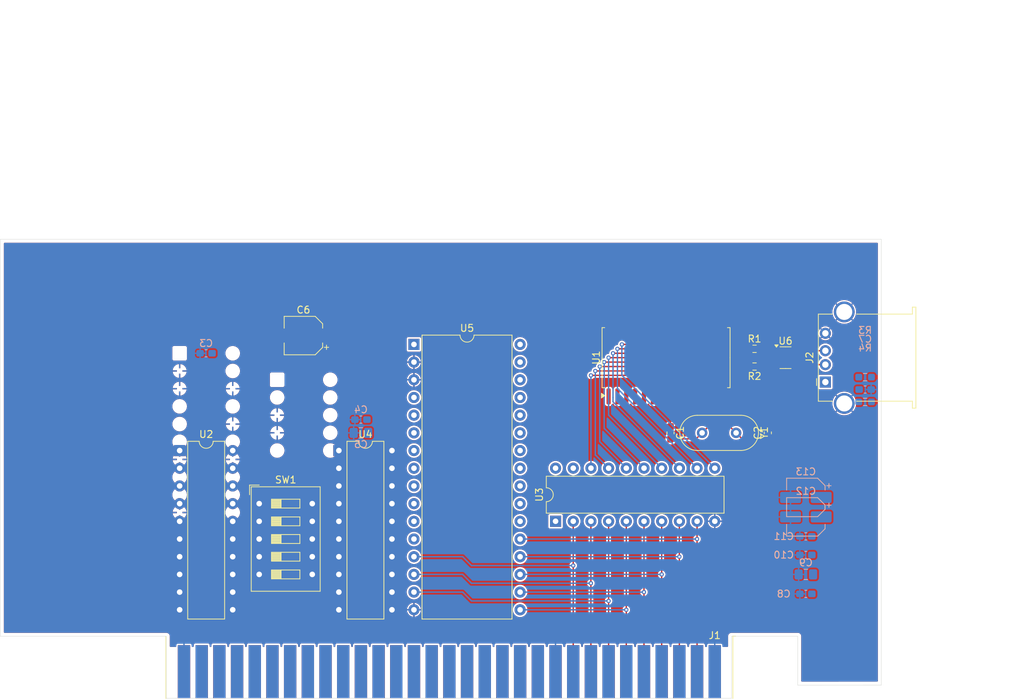
<source format=kicad_pcb>
(kicad_pcb (version 20240108) (generator "pcbnew") (generator_version "8.0")
  (layers (0 "F.Cu" signal) (31 "B.Cu" signal) (34 "B.Paste" user) (35 "F.Paste" user) (36 "B.SilkS" user "B.Silkscreen") (37 "F.SilkS" user "F.Silkscreen") (38 "B.Mask" user) (39 "F.Mask" user) (44 "Edge.Cuts" user))
  (net 0 "")
  (net 1 "/D7")
  (net 2 "Net-(U1-XI)")
  (net 4 "/A9")
  (net 5 "/~{DACK1}")
  (net 6 "/IOCHRDY")
  (net 7 "Net-(U1-XO)")
  (net 8 "/AEN")
  (net 9 "+5V")
  (net 10 "Net-(U1-V3)")
  (net 11 "/D2")
  (net 12 "/~{DACK3}")
  (net 13 "/~{IOW}")
  (net 15 "/IRQ7")
  (net 17 "/A3")
  (net 20 "GND")
  (net 22 "/TC")
  (net 24 "/RESET")
  (net 26 "Net-(J2-VBUS)")
  (net 27 "/A15")
  (net 28 "/A17")
  (net 29 "/A6")
  (net 30 "/A13")
  (net 31 "/A8")
  (net 32 "/A16")
  (net 33 "/A5")
  (net 34 "/D3")
  (net 35 "/A2")
  (net 39 "/D5")
  (net 40 "/A14")
  (net 41 "/D1")
  (net 42 "/A1")
  (net 43 "/~{IOR}")
  (net 44 "/D6")
  (net 48 "/A7")
  (net 50 "/D0")
  (net 52 "/A10")
  (net 53 "/IRQ5")
  (net 54 "/DRQ3")
  (net 55 "/A4")
  (net 56 "/A0")
  (net 57 "/D4")
  (net 58 "/DRQ1")
  (net 60 "/A11")
  (net 61 "/A12")
  (net 62 "/A18")
  (net 63 "/A19")
  (net 64 "Net-(J2-D+)")
  (net 65 "Net-(J2-D-)")
  (net 66 "Net-(R1-Pad2)")
  (net 67 "Net-(U1-UD+)")
  (net 68 "Net-(U1-UD-)")
  (net 69 "Net-(U4-R4)")
  (net 70 "/A0_CFG")
  (net 71 "/SW_ROM_EN")
  (net 72 "/~{ROMWE}")
  (net 73 "/~{MEMWR}")
  (net 74 "Net-(U1-D5)")
  (net 75 "Net-(U1-D1)")
  (net 78 "Net-(U1-D0)")
  (net 79 "/~{ACT}")
  (net 80 "Net-(U1-D2)")
  (net 82 "/~{USB_CS}")
  (net 83 "Net-(U1-D7)")
  (net 84 "Net-(U1-D6)")
  (net 86 "Net-(U1-D3)")
  (net 87 "Net-(U1-D4)")
  (net 90 "Net-(U4-P=R)")
  (net 91 "/~{MEMRD}")
  (net 94 "Net-(R2-Pad2)")
  (footprint "Button_Switch_THT:SW_DIP_SPSTx05_Slide_9.78x14.88mm_W7.62mm_P2.54mm" (layer "F.Cu") (at 97.155 107.95)
    (property "Reference" "SW1" (at 3.81 -3.42 0) (layer "F.SilkS"))
    (property "Value" "SW_DIP_x05")
    (pad "1" thru_hole rect (at 0 0) (size 1.6 1.6) (drill 0.8) (layers "*.Cu" "*.Mask") (net 56 "/A0"))
    (pad "2" thru_hole oval (at 0 2.54) (size 1.6 1.6) (drill 0.8) (layers "*.Cu" "*.Mask") (net 42 "/A1"))
    (pad "3" thru_hole oval (at 0 5.08) (size 1.6 1.6) (drill 0.8) (layers "*.Cu" "*.Mask") (net 20 "GND"))
    (pad "4" thru_hole oval (at 0 7.62) (size 1.6 1.6) (drill 0.8) (layers "*.Cu" "*.Mask") (net 20 "GND"))
    (pad "5" thru_hole oval (at 0 10.16) (size 1.6 1.6) (drill 0.8) (layers "*.Cu" "*.Mask") (net 73 "/~{MEMWR}"))
    (pad "6" thru_hole oval (at 7.62 10.16) (size 1.6 1.6) (drill 0.8) (layers "*.Cu" "*.Mask") (net 72 "/~{ROMWE}"))
    (pad "7" thru_hole oval (at 7.62 7.62) (size 1.6 1.6) (drill 0.8) (layers "*.Cu" "*.Mask") (net 71 "/SW_ROM_EN"))
    (pad "8" thru_hole oval (at 7.62 5.08) (size 1.6 1.6) (drill 0.8) (layers "*.Cu" "*.Mask") (net 69 "Net-(U4-R4)"))
    (pad "9" thru_hole oval (at 7.62 2.54) (size 1.6 1.6) (drill 0.8) (layers "*.Cu" "*.Mask") (net 70 "/A0_CFG"))
    (pad "10" thru_hole oval (at 7.62 0) (size 1.6 1.6) (drill 0.8) (layers "*.Cu" "*.Mask") (net 70 "/A0_CFG"))
  )
  (footprint "Package_TO_SOT_SMD:SOT-23-6" (layer "F.Cu") (at 172.72 86.995)
    (property "Reference" "U6" (at 0 -2.4 0) (layer "F.SilkS"))
    (property "Value" "USBLC6-2SC6")
    (pad "1" smd roundrect (at -1.1375 -0.95) (size 1.325 0.6) (layers "F.Cu" "F.Paste" "F.Mask") (net 66 "Net-(R1-Pad2)"))
    (pad "2" smd roundrect (at -1.1375 0) (size 1.325 0.6) (layers "F.Cu" "F.Paste" "F.Mask") (net 20 "GND"))
    (pad "3" smd roundrect (at -1.1375 0.95) (size 1.325 0.6) (layers "F.Cu" "F.Paste" "F.Mask") (net 94 "Net-(R2-Pad2)"))
    (pad "4" smd roundrect (at 1.1375 0.95) (size 1.325 0.6) (layers "F.Cu" "F.Paste" "F.Mask") (net 65 "Net-(J2-D-)"))
    (pad "5" smd roundrect (at 1.1375 0) (size 1.325 0.6) (layers "F.Cu" "F.Paste" "F.Mask") (net 26 "Net-(J2-VBUS)"))
    (pad "6" smd roundrect (at 1.1375 -0.95) (size 1.325 0.6) (layers "F.Cu" "F.Paste" "F.Mask") (net 64 "Net-(J2-D+)"))
  )
  (footprint "Package_DIP:DIP-32_W15.24mm" (layer "F.Cu") (at 119.375 85.09)
    (property "Reference" "U5" (at 7.62 -2.33 360) (layer "F.SilkS"))
    (property "Value" "SST39SF010")
    (pad "1" thru_hole rect (at 0 0) (size 1.6 1.6) (drill 0.8) (layers "*.Cu" "*.Mask"))
    (pad "2" thru_hole oval (at 0 2.54) (size 1.6 1.6) (drill 0.8) (layers "*.Cu" "*.Mask") (net 20 "GND"))
    (pad "3" thru_hole oval (at 0 5.08) (size 1.6 1.6) (drill 0.8) (layers "*.Cu" "*.Mask") (net 20 "GND"))
    (pad "4" thru_hole oval (at 0 7.62) (size 1.6 1.6) (drill 0.8) (layers "*.Cu" "*.Mask") (net 61 "/A12"))
    (pad "5" thru_hole oval (at 0 10.16) (size 1.6 1.6) (drill 0.8) (layers "*.Cu" "*.Mask") (net 48 "/A7"))
    (pad "6" thru_hole oval (at 0 12.7) (size 1.6 1.6) (drill 0.8) (layers "*.Cu" "*.Mask") (net 29 "/A6"))
    (pad "7" thru_hole oval (at 0 15.24) (size 1.6 1.6) (drill 0.8) (layers "*.Cu" "*.Mask") (net 33 "/A5"))
    (pad "8" thru_hole oval (at 0 17.78) (size 1.6 1.6) (drill 0.8) (layers "*.Cu" "*.Mask") (net 55 "/A4"))
    (pad "9" thru_hole oval (at 0 20.32) (size 1.6 1.6) (drill 0.8) (layers "*.Cu" "*.Mask") (net 17 "/A3"))
    (pad "10" thru_hole oval (at 0 22.86) (size 1.6 1.6) (drill 0.8) (layers "*.Cu" "*.Mask") (net 35 "/A2"))
    (pad "11" thru_hole oval (at 0 25.4) (size 1.6 1.6) (drill 0.8) (layers "*.Cu" "*.Mask") (net 42 "/A1"))
    (pad "12" thru_hole oval (at 0 27.94) (size 1.6 1.6) (drill 0.8) (layers "*.Cu" "*.Mask") (net 56 "/A0"))
    (pad "13" thru_hole oval (at 0 30.48) (size 1.6 1.6) (drill 0.8) (layers "*.Cu" "*.Mask") (net 50 "/D0"))
    (pad "14" thru_hole oval (at 0 33.02) (size 1.6 1.6) (drill 0.8) (layers "*.Cu" "*.Mask") (net 41 "/D1"))
    (pad "15" thru_hole oval (at 0 35.56) (size 1.6 1.6) (drill 0.8) (layers "*.Cu" "*.Mask") (net 11 "/D2"))
    (pad "16" thru_hole oval (at 0 38.1) (size 1.6 1.6) (drill 0.8) (layers "*.Cu" "*.Mask") (net 20 "GND"))
    (pad "17" thru_hole oval (at 15.24 38.1) (size 1.6 1.6) (drill 0.8) (layers "*.Cu" "*.Mask") (net 34 "/D3"))
    (pad "18" thru_hole oval (at 15.24 35.56) (size 1.6 1.6) (drill 0.8) (layers "*.Cu" "*.Mask") (net 57 "/D4"))
    (pad "19" thru_hole oval (at 15.24 33.02) (size 1.6 1.6) (drill 0.8) (layers "*.Cu" "*.Mask") (net 39 "/D5"))
    (pad "20" thru_hole oval (at 15.24 30.48) (size 1.6 1.6) (drill 0.8) (layers "*.Cu" "*.Mask") (net 44 "/D6"))
    (pad "21" thru_hole oval (at 15.24 27.94) (size 1.6 1.6) (drill 0.8) (layers "*.Cu" "*.Mask") (net 1 "/D7"))
    (pad "22" thru_hole oval (at 15.24 25.4) (size 1.6 1.6) (drill 0.8) (layers "*.Cu" "*.Mask") (net 90 "Net-(U4-P=R)"))
    (pad "23" thru_hole oval (at 15.24 22.86) (size 1.6 1.6) (drill 0.8) (layers "*.Cu" "*.Mask") (net 52 "/A10"))
    (pad "24" thru_hole oval (at 15.24 20.32) (size 1.6 1.6) (drill 0.8) (layers "*.Cu" "*.Mask") (net 91 "/~{MEMRD}"))
    (pad "25" thru_hole oval (at 15.24 17.78) (size 1.6 1.6) (drill 0.8) (layers "*.Cu" "*.Mask") (net 60 "/A11"))
    (pad "26" thru_hole oval (at 15.24 15.24) (size 1.6 1.6) (drill 0.8) (layers "*.Cu" "*.Mask") (net 4 "/A9"))
    (pad "27" thru_hole oval (at 15.24 12.7) (size 1.6 1.6) (drill 0.8) (layers "*.Cu" "*.Mask") (net 31 "/A8"))
    (pad "28" thru_hole oval (at 15.24 10.16) (size 1.6 1.6) (drill 0.8) (layers "*.Cu" "*.Mask") (net 30 "/A13"))
    (pad "29" thru_hole oval (at 15.24 7.62) (size 1.6 1.6) (drill 0.8) (layers "*.Cu" "*.Mask") (net 40 "/A14"))
    (pad "30" thru_hole oval (at 15.24 5.08) (size 1.6 1.6) (drill 0.8) (layers "*.Cu" "*.Mask"))
    (pad "31" thru_hole oval (at 15.24 2.54) (size 1.6 1.6) (drill 0.8) (layers "*.Cu" "*.Mask") (net 72 "/~{ROMWE}"))
    (pad "32" thru_hole oval (at 15.24 0) (size 1.6 1.6) (drill 0.8) (layers "*.Cu" "*.Mask") (net 9 "+5V"))
  )
  (footprint "Capacitor_SMD:C_0603_1608Metric_Pad1.08x0.95mm_HandSolder" (layer "F.Cu") (at 156.21 97.79 90)
    (property "Reference" "C1" (at 0 1.397 90) (layer "F.SilkS"))
    (property "Value" "15p")
    (pad "1" smd roundrect (at -0.8625 0 90) (size 1.075 0.95) (layers "F.Cu" "F.Paste" "F.Mask") (net 2 "Net-(U1-XI)"))
    (pad "2" smd roundrect (at 0.8625 0 90) (size 1.075 0.95) (layers "F.Cu" "F.Paste" "F.Mask") (net 20 "GND"))
  )
  (footprint "Resistor_SMD:R_0603_1608Metric_Pad0.98x0.95mm_HandSolder" (layer "F.Cu") (at 168.275 85.725)
    (property "Reference" "R1" (at 0 -1.43 360) (layer "F.SilkS"))
    (property "Value" "22")
    (pad "1" smd roundrect (at -0.9125 0) (size 0.975 0.95) (layers "F.Cu" "F.Paste" "F.Mask") (net 67 "Net-(U1-UD+)"))
    (pad "2" smd roundrect (at 0.9125 0) (size 0.975 0.95) (layers "F.Cu" "F.Paste" "F.Mask") (net 66 "Net-(R1-Pad2)"))
  )
  (footprint "Resistor_SMD:R_0603_1608Metric_Pad0.98x0.95mm_HandSolder" (layer "F.Cu") (at 168.275 88.265)
    (property "Reference" "R2" (at 0 1.397 360) (layer "F.SilkS"))
    (property "Value" "22")
    (pad "1" smd roundrect (at -0.9125 0) (size 0.975 0.95) (layers "F.Cu" "F.Paste" "F.Mask") (net 68 "Net-(U1-UD-)"))
    (pad "2" smd roundrect (at 0.9125 0) (size 0.975 0.95) (layers "F.Cu" "F.Paste" "F.Mask") (net 94 "Net-(R2-Pad2)"))
  )
  (footprint "Package_DIP:DIP-20_W7.62mm" (layer "F.Cu") (at 139.705 110.48 90)
    (property "Reference" "U3" (at 3.81 -2.33 90) (layer "F.SilkS"))
    (property "Value" "74LS245")
    (pad "1" thru_hole rect (at 0 0 90) (size 1.6 1.6) (drill 0.8) (layers "*.Cu" "*.Mask") (net 43 "/~{IOR}"))
    (pad "2" thru_hole oval (at 0 2.54 90) (size 1.6 1.6) (drill 0.8) (layers "*.Cu" "*.Mask") (net 50 "/D0"))
    (pad "3" thru_hole oval (at 0 5.08 90) (size 1.6 1.6) (drill 0.8) (layers "*.Cu" "*.Mask") (net 41 "/D1"))
    (pad "4" thru_hole oval (at 0 7.62 90) (size 1.6 1.6) (drill 0.8) (layers "*.Cu" "*.Mask") (net 11 "/D2"))
    (pad "5" thru_hole oval (at 0 10.16 90) (size 1.6 1.6) (drill 0.8) (layers "*.Cu" "*.Mask") (net 34 "/D3"))
    (pad "6" thru_hole oval (at 0 12.7 90) (size 1.6 1.6) (drill 0.8) (layers "*.Cu" "*.Mask") (net 57 "/D4"))
    (pad "7" thru_hole oval (at 0 15.24 90) (size 1.6 1.6) (drill 0.8) (layers "*.Cu" "*.Mask") (net 39 "/D5"))
    (pad "8" thru_hole oval (at 0 17.78 90) (size 1.6 1.6) (drill 0.8) (layers "*.Cu" "*.Mask") (net 44 "/D6"))
    (pad "9" thru_hole oval (at 0 20.32 90) (size 1.6 1.6) (drill 0.8) (layers "*.Cu" "*.Mask") (net 1 "/D7"))
    (pad "10" thru_hole oval (at 0 22.86 90) (size 1.6 1.6) (drill 0.8) (layers "*.Cu" "*.Mask") (net 20 "GND"))
    (pad "11" thru_hole oval (at 7.62 22.86 90) (size 1.6 1.6) (drill 0.8) (layers "*.Cu" "*.Mask") (net 83 "Net-(U1-D7)"))
    (pad "12" thru_hole oval (at 7.62 20.32 90) (size 1.6 1.6) (drill 0.8) (layers "*.Cu" "*.Mask") (net 84 "Net-(U1-D6)"))
    (pad "13" thru_hole oval (at 7.62 17.78 90) (size 1.6 1.6) (drill 0.8) (layers "*.Cu" "*.Mask") (net 74 "Net-(U1-D5)"))
    (pad "14" thru_hole oval (at 7.62 15.24 90) (size 1.6 1.6) (drill 0.8) (layers "*.Cu" "*.Mask") (net 87 "Net-(U1-D4)"))
    (pad "15" thru_hole oval (at 7.62 12.7 90) (size 1.6 1.6) (drill 0.8) (layers "*.Cu" "*.Mask") (net 86 "Net-(U1-D3)"))
    (pad "16" thru_hole oval (at 7.62 10.16 90) (size 1.6 1.6) (drill 0.8) (layers "*.Cu" "*.Mask") (net 80 "Net-(U1-D2)"))
    (pad "17" thru_hole oval (at 7.62 7.62 90) (size 1.6 1.6) (drill 0.8) (layers "*.Cu" "*.Mask") (net 75 "Net-(U1-D1)"))
    (pad "18" thru_hole oval (at 7.62 5.08 90) (size 1.6 1.6) (drill 0.8) (layers "*.Cu" "*.Mask") (net 78 "Net-(U1-D0)"))
    (pad "19" thru_hole oval (at 7.62 2.54 90) (size 1.6 1.6) (drill 0.8) (layers "*.Cu" "*.Mask") (net 82 "/~{USB_CS}"))
    (pad "20" thru_hole oval (at 7.62 0 90) (size 1.6 1.6) (drill 0.8) (layers "*.Cu" "*.Mask") (net 9 "+5V"))
  )
  (footprint "Package_DIP:DIP-20_W7.62mm" (layer "F.Cu") (at 85.735 100.33)
    (property "Reference" "U2" (at 3.81 -2.33 0) (layer "F.SilkS"))
    (property "Value" "74LS688")
    (pad "1" thru_hole rect (at 0 0) (size 1.6 1.6) (drill 0.8) (layers "*.Cu" "*.Mask") (net 8 "/AEN"))
    (pad "2" thru_hole oval (at 0 2.54) (size 1.6 1.6) (drill 0.8) (layers "*.Cu" "*.Mask") (net 20 "GND"))
    (pad "3" thru_hole oval (at 0 5.08) (size 1.6 1.6) (drill 0.8) (layers "*.Cu" "*.Mask") (net 20 "GND"))
    (pad "4" thru_hole oval (at 0 7.62) (size 1.6 1.6) (drill 0.8) (layers "*.Cu" "*.Mask") (net 4 "/A9"))
    (pad "5" thru_hole oval (at 0 10.16) (size 1.6 1.6) (drill 0.8) (layers "*.Cu" "*.Mask") (net 9 "+5V"))
    (pad "6" thru_hole oval (at 0 12.7) (size 1.6 1.6) (drill 0.8) (layers "*.Cu" "*.Mask") (net 31 "/A8"))
    (pad "7" thru_hole oval (at 0 15.24) (size 1.6 1.6) (drill 0.8) (layers "*.Cu" "*.Mask") (net 20 "GND"))
    (pad "8" thru_hole oval (at 0 17.78) (size 1.6 1.6) (drill 0.8) (layers "*.Cu" "*.Mask") (net 48 "/A7"))
    (pad "9" thru_hole oval (at 0 20.32) (size 1.6 1.6) (drill 0.8) (layers "*.Cu" "*.Mask") (net 9 "+5V"))
    (pad "10" thru_hole oval (at 0 22.86) (size 1.6 1.6) (drill 0.8) (layers "*.Cu" "*.Mask") (net 20 "GND"))
    (pad "11" thru_hole oval (at 7.62 22.86) (size 1.6 1.6) (drill 0.8) (layers "*.Cu" "*.Mask") (net 29 "/A6"))
    (pad "12" thru_hole oval (at 7.62 20.32) (size 1.6 1.6) (drill 0.8) (layers "*.Cu" "*.Mask") (net 9 "+5V"))
    (pad "13" thru_hole oval (at 7.62 17.78) (size 1.6 1.6) (drill 0.8) (layers "*.Cu" "*.Mask") (net 33 "/A5"))
    (pad "14" thru_hole oval (at 7.62 15.24) (size 1.6 1.6) (drill 0.8) (layers "*.Cu" "*.Mask") (net 20 "GND"))
    (pad "15" thru_hole oval (at 7.62 12.7) (size 1.6 1.6) (drill 0.8) (layers "*.Cu" "*.Mask") (net 55 "/A4"))
    (pad "16" thru_hole oval (at 7.62 10.16) (size 1.6 1.6) (drill 0.8) (layers "*.Cu" "*.Mask") (net 20 "GND"))
    (pad "17" thru_hole oval (at 7.62 7.62) (size 1.6 1.6) (drill 0.8) (layers "*.Cu" "*.Mask") (net 17 "/A3"))
    (pad "18" thru_hole oval (at 7.62 5.08) (size 1.6 1.6) (drill 0.8) (layers "*.Cu" "*.Mask") (net 20 "GND"))
    (pad "19" thru_hole oval (at 7.62 2.54) (size 1.6 1.6) (drill 0.8) (layers "*.Cu" "*.Mask") (net 82 "/~{USB_CS}"))
    (pad "20" thru_hole oval (at 7.62 0) (size 1.6 1.6) (drill 0.8) (layers "*.Cu" "*.Mask") (net 9 "+5V"))
  )
  (footprint "Package_DIP:DIP-20_W7.62mm" (layer "F.Cu") (at 108.595 100.33)
    (property "Reference" "U4" (at 3.81 -2.33 0) (layer "F.SilkS"))
    (property "Value" "74ALS688")
    (pad "1" thru_hole rect (at 0 0) (size 1.6 1.6) (drill 0.8) (layers "*.Cu" "*.Mask") (net 71 "/SW_ROM_EN"))
    (pad "2" thru_hole oval (at 0 2.54) (size 1.6 1.6) (drill 0.8) (layers "*.Cu" "*.Mask") (net 20 "GND"))
    (pad "3" thru_hole oval (at 0 5.08) (size 1.6 1.6) (drill 0.8) (layers "*.Cu" "*.Mask") (net 20 "GND"))
    (pad "4" thru_hole oval (at 0 7.62) (size 1.6 1.6) (drill 0.8) (layers "*.Cu" "*.Mask") (net 20 "GND"))
    (pad "5" thru_hole oval (at 0 10.16) (size 1.6 1.6) (drill 0.8) (layers "*.Cu" "*.Mask") (net 20 "GND"))
    (pad "6" thru_hole oval (at 0 12.7) (size 1.6 1.6) (drill 0.8) (layers "*.Cu" "*.Mask") (net 20 "GND"))
    (pad "7" thru_hole oval (at 0 15.24) (size 1.6 1.6) (drill 0.8) (layers "*.Cu" "*.Mask") (net 20 "GND"))
    (pad "8" thru_hole oval (at 0 17.78) (size 1.6 1.6) (drill 0.8) (layers "*.Cu" "*.Mask") (net 27 "/A15"))
    (pad "9" thru_hole oval (at 0 20.32) (size 1.6 1.6) (drill 0.8) (layers "*.Cu" "*.Mask") (net 9 "+5V"))
    (pad "10" thru_hole oval (at 0 22.86) (size 1.6 1.6) (drill 0.8) (layers "*.Cu" "*.Mask") (net 20 "GND"))
    (pad "11" thru_hole oval (at 7.62 22.86) (size 1.6 1.6) (drill 0.8) (layers "*.Cu" "*.Mask") (net 32 "/A16"))
    (pad "12" thru_hole oval (at 7.62 20.32) (size 1.6 1.6) (drill 0.8) (layers "*.Cu" "*.Mask") (net 69 "Net-(U4-R4)"))
    (pad "13" thru_hole oval (at 7.62 17.78) (size 1.6 1.6) (drill 0.8) (layers "*.Cu" "*.Mask") (net 28 "/A17"))
    (pad "14" thru_hole oval (at 7.62 15.24) (size 1.6 1.6) (drill 0.8) (layers "*.Cu" "*.Mask") (net 20 "GND"))
    (pad "15" thru_hole oval (at 7.62 12.7) (size 1.6 1.6) (drill 0.8) (layers "*.Cu" "*.Mask") (net 62 "/A18"))
    (pad "16" thru_hole oval (at 7.62 10.16) (size 1.6 1.6) (drill 0.8) (layers "*.Cu" "*.Mask") (net 9 "+5V"))
    (pad "17" thru_hole oval (at 7.62 7.62) (size 1.6 1.6) (drill 0.8) (layers "*.Cu" "*.Mask") (net 63 "/A19"))
    (pad "18" thru_hole oval (at 7.62 5.08) (size 1.6 1.6) (drill 0.8) (layers "*.Cu" "*.Mask") (net 9 "+5V"))
    (pad "19" thru_hole oval (at 7.62 2.54) (size 1.6 1.6) (drill 0.8) (layers "*.Cu" "*.Mask") (net 90 "Net-(U4-P=R)"))
    (pad "20" thru_hole oval (at 7.62 0) (size 1.6 1.6) (drill 0.8) (layers "*.Cu" "*.Mask") (net 9 "+5V"))
  )
  (footprint "pc-parts:BUS_AT_8BIT" (layer "F.Cu") (at 162.56 132.08)
    (property "Reference" "J1" (at 0 -5.207 0) (layer "F.SilkS"))
    (property "Value" "Bus_ISA_8bit")
    (pad "1" connect rect (at 0 0) (size 1.78 7.62) (layers "B.Cu" "B.Mask") (net 20 "GND"))
    (pad "2" connect rect (at -2.54 0) (size 1.78 7.62) (layers "B.Cu" "B.Mask") (net 24 "/RESET"))
    (pad "3" connect rect (at -5.08 0) (size 1.78 7.62) (layers "B.Cu" "B.Mask") (net 9 "+5V"))
    (pad "4" connect rect (at -7.62 0) (size 1.78 7.62) (layers "B.Cu" "B.Mask"))
    (pad "5" connect rect (at -10.16 0) (size 1.78 7.62) (layers "B.Cu" "B.Mask"))
    (pad "6" connect rect (at -12.7 0) (size 1.78 7.62) (layers "B.Cu" "B.Mask"))
    (pad "7" connect rect (at -15.24 0) (size 1.78 7.62) (layers "B.Cu" "B.Mask"))
    (pad "8" connect rect (at -17.78 0) (size 1.78 7.62) (layers "B.Cu" "B.Mask"))
    (pad "9" connect rect (at -20.32 0) (size 1.78 7.62) (layers "B.Cu" "B.Mask"))
    (pad "10" connect rect (at -22.86 0) (size 1.78 7.62) (layers "B.Cu" "B.Mask") (net 20 "GND"))
    (pad "11" connect rect (at -25.4 0) (size 1.78 7.62) (layers "B.Cu" "B.Mask"))
    (pad "12" connect rect (at -27.94 0) (size 1.78 7.62) (layers "B.Cu" "B.Mask"))
    (pad "13" connect rect (at -30.48 0) (size 1.78 7.62) (layers "B.Cu" "B.Mask") (net 13 "/~{IOW}"))
    (pad "14" connect rect (at -33.02 0) (size 1.78 7.62) (layers "B.Cu" "B.Mask") (net 43 "/~{IOR}"))
    (pad "15" connect rect (at -35.56 0) (size 1.78 7.62) (layers "B.Cu" "B.Mask") (net 12 "/~{DACK3}"))
    (pad "16" connect rect (at -38.1 0) (size 1.78 7.62) (layers "B.Cu" "B.Mask") (net 54 "/DRQ3"))
    (pad "17" connect rect (at -40.64 0) (size 1.78 7.62) (layers "B.Cu" "B.Mask") (net 5 "/~{DACK1}"))
    (pad "18" connect rect (at -43.18 0) (size 1.78 7.62) (layers "B.Cu" "B.Mask") (net 58 "/DRQ1"))
    (pad "19" connect rect (at -45.72 0) (size 1.78 7.62) (layers "B.Cu" "B.Mask"))
    (pad "20" connect rect (at -48.26 0) (size 1.78 7.62) (layers "B.Cu" "B.Mask"))
    (pad "21" connect rect (at -50.8 0) (size 1.78 7.62) (layers "B.Cu" "B.Mask") (net 15 "/IRQ7"))
    (pad "22" connect rect (at -53.34 0) (size 1.78 7.62) (layers "B.Cu" "B.Mask"))
    (pad "23" connect rect (at -55.88 0) (size 1.78 7.62) (layers "B.Cu" "B.Mask") (net 53 "/IRQ5"))
    (pad "24" connect rect (at -58.42 0) (size 1.78 7.62) (layers "B.Cu" "B.Mask"))
    (pad "25" connect rect (at -60.96 0) (size 1.78 7.62) (layers "B.Cu" "B.Mask"))
    (pad "26" connect rect (at -63.5 0) (size 1.78 7.62) (layers "B.Cu" "B.Mask"))
    (pad "27" connect rect (at -66.04 0) (size 1.78 7.62) (layers "B.Cu" "B.Mask") (net 22 "/TC"))
    (pad "28" connect rect (at -68.58 0) (size 1.78 7.62) (layers "B.Cu" "B.Mask"))
    (pad "29" connect rect (at -71.12 0) (size 1.78 7.62) (layers "B.Cu" "B.Mask") (net 9 "+5V"))
    (pad "30" connect rect (at -73.66 0) (size 1.78 7.62) (layers "B.Cu" "B.Mask"))
    (pad "31" connect rect (at -76.2 0) (size 1.78 7.62) (layers "B.Cu" "B.Mask") (net 20 "GND"))
    (pad "32" connect rect (at 0 0) (size 1.78 7.62) (layers "F.Cu" "F.Mask"))
    (pad "33" connect rect (at -2.54 0) (size 1.78 7.62) (layers "F.Cu" "F.Mask") (net 1 "/D7"))
    (pad "34" connect rect (at -5.08 0) (size 1.78 7.62) (layers "F.Cu" "F.Mask") (net 44 "/D6"))
    (pad "35" connect rect (at -7.62 0) (size 1.78 7.62) (layers "F.Cu" "F.Mask") (net 39 "/D5"))
    (pad "36" connect rect (at -10.16 0) (size 1.78 7.62) (layers "F.Cu" "F.Mask") (net 57 "/D4"))
    (pad "37" connect rect (at -12.7 0) (size 1.78 7.62) (layers "F.Cu" "F.Mask") (net 34 "/D3"))
    (pad "38" connect rect (at -15.24 0) (size 1.78 7.62) (layers "F.Cu" "F.Mask") (net 11 "/D2"))
    (pad "39" connect rect (at -17.78 0) (size 1.78 7.62) (layers "F.Cu" "F.Mask") (net 41 "/D1"))
    (pad "40" connect rect (at -20.32 0) (size 1.78 7.62) (layers "F.Cu" "F.Mask") (net 50 "/D0"))
    (pad "41" connect rect (at -22.86 0) (size 1.78 7.62) (layers "F.Cu" "F.Mask") (net 6 "/IOCHRDY"))
    (pad "42" connect rect (at -25.4 0) (size 1.78 7.62) (layers "F.Cu" "F.Mask") (net 8 "/AEN"))
    (pad "43" connect rect (at -27.94 0) (size 1.78 7.62) (layers "F.Cu" "F.Mask") (net 63 "/A19"))
    (pad "44" connect rect (at -30.48 0) (size 1.78 7.62) (layers "F.Cu" "F.Mask") (net 62 "/A18"))
    (pad "45" connect rect (at -33.02 0) (size 1.78 7.62) (layers "F.Cu" "F.Mask") (net 28 "/A17"))
    (pad "46" connect rect (at -35.56 0) (size 1.78 7.62) (layers "F.Cu" "F.Mask") (net 32 "/A16"))
    (pad "47" connect rect (at -38.1 0) (size 1.78 7.62) (layers "F.Cu" "F.Mask") (net 27 "/A15"))
    (pad "48" connect rect (at -40.64 0) (size 1.78 7.62) (layers "F.Cu" "F.Mask") (net 40 "/A14"))
    (pad "49" connect rect (at -43.18 0) (size 1.78 7.62) (layers "F.Cu" "F.Mask") (net 30 "/A13"))
    (pad "50" connect rect (at -45.72 0) (size 1.78 7.62) (layers "F.Cu" "F.Mask") (net 61 "/A12"))
    (pad "51" connect rect (at -48.26 0) (size 1.78 7.62) (layers "F.Cu" "F.Mask") (net 60 "/A11"))
    (pad "52" connect rect (at -50.8 0) (size 1.78 7.62) (layers "F.Cu" "F.Mask") (net 52 "/A10"))
    (pad "53" connect rect (at -53.34 0) (size 1.78 7.62) (layers "F.Cu" "F.Mask") (net 4 "/A9"))
    (pad "54" connect rect (at -55.88 0) (size 1.78 7.62) (layers "F.Cu" "F.Mask") (net 31 "/A8"))
    (pad "55" connect rect (at -58.42 0) (size 1.78 7.62) (layers "F.Cu" "F.Mask") (net 48 "/A7"))
    (pad "56" connect rect (at -60.96 0) (size 1.78 7.62) (layers "F.Cu" "F.Mask") (net 29 "/A6"))
    (pad "57" connect rect (at -63.5 0) (size 1.78 7.62) (layers "F.Cu" "F.Mask") (net 33 "/A5"))
    (pad "58" connect rect (at -66.04 0) (size 1.78 7.62) (layers "F.Cu" "F.Mask") (net 55 "/A4"))
    (pad "59" connect rect (at -68.58 0) (size 1.78 7.62) (layers "F.Cu" "F.Mask") (net 17 "/A3"))
    (pad "60" connect rect (at -71.12 0) (size 1.78 7.62) (layers "F.Cu" "F.Mask") (net 35 "/A2"))
    (pad "61" connect rect (at -73.66 0) (size 1.78 7.62) (layers "F.Cu" "F.Mask") (net 42 "/A1"))
    (pad "62" connect rect (at -76.2 0) (size 1.78 7.62) (layers "F.Cu" "F.Mask") (net 56 "/A0"))
  )
  (footprint "Package_SO:SOP-28_8.4x18.16mm_P1.27mm" (layer "F.Cu") (at 155.575 86.995 90)
    (property "Reference" "U1" (at 0 -10.03 90) (layer "F.SilkS"))
    (property "Value" "CH375")
    (pad "1" smd roundrect (at -5.5625 -8.255 90) (size 2.275 0.6) (layers "F.Cu" "F.Paste" "F.Mask"))
    (pad "2" smd roundrect (at -5.5625 -6.985 90) (size 2.275 0.6) (layers "F.Cu" "F.Paste" "F.Mask") (net 24 "/RESET"))
    (pad "3" smd roundrect (at -5.5625 -5.715 90) (size 2.275 0.6) (layers "F.Cu" "F.Paste" "F.Mask") (net 13 "/~{IOW}"))
    (pad "4" smd roundrect (at -5.5625 -4.445 90) (size 2.275 0.6) (layers "F.Cu" "F.Paste" "F.Mask") (net 43 "/~{IOR}"))
    (pad "5" smd roundrect (at -5.5625 -3.175 90) (size 2.275 0.6) (layers "F.Cu" "F.Paste" "F.Mask"))
    (pad "6" smd roundrect (at -5.5625 -1.905 90) (size 2.275 0.6) (layers "F.Cu" "F.Paste" "F.Mask"))
    (pad "7" smd roundrect (at -5.5625 -0.635 90) (size 2.275 0.6) (layers "F.Cu" "F.Paste" "F.Mask"))
    (pad "8" smd roundrect (at -5.5625 0.635 90) (size 2.275 0.6) (layers "F.Cu" "F.Paste" "F.Mask") (net 70 "/A0_CFG"))
    (pad "9" smd roundrect (at -5.5625 1.905 90) (size 2.275 0.6) (layers "F.Cu" "F.Paste" "F.Mask") (net 10 "Net-(U1-V3)"))
    (pad "10" smd roundrect (at -5.5625 3.175 90) (size 2.275 0.6) (layers "F.Cu" "F.Paste" "F.Mask") (net 67 "Net-(U1-UD+)"))
    (pad "11" smd roundrect (at -5.5625 4.445 90) (size 2.275 0.6) (layers "F.Cu" "F.Paste" "F.Mask") (net 68 "Net-(U1-UD-)"))
    (pad "12" smd roundrect (at -5.5625 5.715 90) (size 2.275 0.6) (layers "F.Cu" "F.Paste" "F.Mask") (net 20 "GND"))
    (pad "13" smd roundrect (at -5.5625 6.985 90) (size 2.275 0.6) (layers "F.Cu" "F.Paste" "F.Mask") (net 2 "Net-(U1-XI)"))
    (pad "14" smd roundrect (at -5.5625 8.255 90) (size 2.275 0.6) (layers "F.Cu" "F.Paste" "F.Mask") (net 7 "Net-(U1-XO)"))
    (pad "15" smd roundrect (at 5.5625 8.255 90) (size 2.275 0.6) (layers "F.Cu" "F.Paste" "F.Mask") (net 78 "Net-(U1-D0)"))
    (pad "16" smd roundrect (at 5.5625 6.985 90) (size 2.275 0.6) (layers "F.Cu" "F.Paste" "F.Mask") (net 75 "Net-(U1-D1)"))
    (pad "17" smd roundrect (at 5.5625 5.715 90) (size 2.275 0.6) (layers "F.Cu" "F.Paste" "F.Mask") (net 80 "Net-(U1-D2)"))
    (pad "18" smd roundrect (at 5.5625 4.445 90) (size 2.275 0.6) (layers "F.Cu" "F.Paste" "F.Mask") (net 86 "Net-(U1-D3)"))
    (pad "19" smd roundrect (at 5.5625 3.175 90) (size 2.275 0.6) (layers "F.Cu" "F.Paste" "F.Mask") (net 87 "Net-(U1-D4)"))
    (pad "20" smd roundrect (at 5.5625 1.905 90) (size 2.275 0.6) (layers "F.Cu" "F.Paste" "F.Mask") (net 74 "Net-(U1-D5)"))
    (pad "21" smd roundrect (at 5.5625 0.635 90) (size 2.275 0.6) (layers "F.Cu" "F.Paste" "F.Mask") (net 84 "Net-(U1-D6)"))
    (pad "22" smd roundrect (at 5.5625 -0.635 90) (size 2.275 0.6) (layers "F.Cu" "F.Paste" "F.Mask") (net 83 "Net-(U1-D7)"))
    (pad "23" smd roundrect (at 5.5625 -1.905 90) (size 2.275 0.6) (layers "F.Cu" "F.Paste" "F.Mask") (net 20 "GND"))
    (pad "24" smd roundrect (at 5.5625 -3.175 90) (size 2.275 0.6) (layers "F.Cu" "F.Paste" "F.Mask") (net 79 "/~{ACT}"))
    (pad "25" smd roundrect (at 5.5625 -4.445 90) (size 2.275 0.6) (layers "F.Cu" "F.Paste" "F.Mask"))
    (pad "26" smd roundrect (at 5.5625 -5.715 90) (size 2.275 0.6) (layers "F.Cu" "F.Paste" "F.Mask"))
    (pad "27" smd roundrect (at 5.5625 -6.985 90) (size 2.275 0.6) (layers "F.Cu" "F.Paste" "F.Mask") (net 82 "/~{USB_CS}"))
    (pad "28" smd roundrect (at 5.5625 -8.255 90) (size 2.275 0.6) (layers "F.Cu" "F.Paste" "F.Mask") (net 9 "+5V"))
  )
  (footprint "Crystal:Crystal_HC49-U_Vertical" (layer "F.Cu") (at 160.745 97.79)
    (property "Reference" "Y1" (at 8.927 0 90) (layer "F.SilkS"))
    (property "Value" "12 MHz")
    (pad "1" thru_hole circle (at 0 0) (size 1.5 1.5) (drill 0.8) (layers "*.Cu" "*.Mask") (net 2 "Net-(U1-XI)"))
    (pad "2" thru_hole circle (at 4.88 0) (size 1.5 1.5) (drill 0.8) (layers "*.Cu" "*.Mask") (net 7 "Net-(U1-XO)"))
  )
  (footprint "Capacitor_SMD:C_0603_1608Metric_Pad1.08x0.95mm_HandSolder" (layer "F.Cu") (at 170.18 97.79 90)
    (property "Reference" "C2" (at 0 -1.43 90) (layer "F.SilkS"))
    (property "Value" "15p")
    (pad "1" smd roundrect (at -0.8625 0 90) (size 1.075 0.95) (layers "F.Cu" "F.Paste" "F.Mask") (net 7 "Net-(U1-XO)"))
    (pad "2" smd roundrect (at 0.8625 0 90) (size 1.075 0.95) (layers "F.Cu" "F.Paste" "F.Mask") (net 20 "GND"))
  )
  (footprint "Capacitor_SMD:CP_Elec_5x5.3" (layer "F.Cu") (at 103.505 83.82 180)
    (property "Reference" "C6" (at 0 3.683 0) (layer "F.SilkS"))
    (property "Value" "22u")
    (pad "1" smd roundrect (at -2.2 0 180) (size 3 1.6) (layers "F.Cu" "F.Paste" "F.Mask") (roundrect_rratio 0.15625) (net 9 "+5V"))
    (pad "2" smd roundrect (at 2.2 0 180) (size 3 1.6) (layers "F.Cu" "F.Paste" "F.Mask") (roundrect_rratio 0.15625) (net 20 "GND"))
  )
  (footprint "Connector_USB:USB_A_Stewart_SS-52100-001_Horizontal" (layer "F.Cu") (at 178.442669 90.495 90)
    (property "Reference" "J2" (at 3.5 -2.26 90) (layer "F.SilkS"))
    (property "Value" "USB_A")
    (pad "1" thru_hole rect (at 0 0 90) (size 1.6 1.6) (drill 0.92) (layers "*.Cu" "*.Mask") (net 26 "Net-(J2-VBUS)"))
    (pad "2" thru_hole circle (at 2.5 0 90) (size 1.6 1.6) (drill 0.92) (layers "*.Cu" "*.Mask") (net 65 "Net-(J2-D-)"))
    (pad "3" thru_hole circle (at 4.5 0 90) (size 1.6 1.6) (drill 0.92) (layers "*.Cu" "*.Mask") (net 64 "Net-(J2-D+)"))
    (pad "4" thru_hole circle (at 7 0 90) (size 1.6 1.6) (drill 0.92) (layers "*.Cu" "*.Mask") (net 20 "GND"))
    (pad "5" thru_hole circle (at -3.07 2.71 90) (size 3 3) (drill 2.3) (layers "*.Cu" "*.Mask") (net 20 "GND"))
    (pad "5" thru_hole circle (at 10.07 2.71 90) (size 3 3) (drill 2.3) (layers "*.Cu" "*.Mask") (net 20 "GND"))
  )
  (footprint "Capacitor_SMD:C_0603_1608Metric_Pad1.08x0.95mm_HandSolder" (layer "B.Cu") (at 175.641 112.649 180)
    (property "Reference" "C11" (at 3.175 0 0) (layer "B.SilkS") (effects (justify mirror)))
    (property "Value" "100n")
    (pad "1" smd roundrect (at -0.8625 0 180) (size 1.075 0.95) (layers "B.Cu" "B.Paste" "B.Mask") (net 9 "+5V"))
    (pad "2" smd roundrect (at 0.8625 0 180) (size 1.075 0.95) (layers "B.Cu" "B.Paste" "B.Mask") (net 20 "GND"))
  )
  (footprint "Capacitor_SMD:CP_Elec_5x5.3" (layer "B.Cu") (at 175.641 109.855 180)
    (property "Reference" "C12" (at 0 3.7 0) (layer "B.SilkS") (effects (justify mirror)))
    (property "Value" "100u")
    (pad "1" smd roundrect (at -2.2 0 180) (size 3 1.6) (layers "B.Cu" "B.Paste" "B.Mask") (roundrect_rratio 0.15625) (net 9 "+5V"))
    (pad "2" smd roundrect (at 2.2 0 180) (size 3 1.6) (layers "B.Cu" "B.Paste" "B.Mask") (roundrect_rratio 0.15625) (net 20 "GND"))
  )
  (footprint "Resistor_SMD:R_0603_1608Metric_Pad0.98x0.95mm_HandSolder" (layer "B.Cu") (at 184.15 89.789 180)
    (property "Reference" "R3" (at 0 6.731 0) (layer "B.SilkS") (effects (justify mirror)))
    (property "Value" "10K")
    (pad "1" smd roundrect (at -0.9125 0 180) (size 0.975 0.95) (layers "B.Cu" "B.Paste" "B.Mask") (net 9 "+5V"))
    (pad "2" smd roundrect (at 0.9125 0 180) (size 0.975 0.95) (layers "B.Cu" "B.Paste" "B.Mask") (net 69 "Net-(U4-R4)"))
  )
  (footprint "Capacitor_SMD:C_0603_1608Metric_Pad1.08x0.95mm_HandSolder" (layer "B.Cu") (at 175.641 115.316 180)
    (property "Reference" "C10" (at 3.175 0 0) (layer "B.SilkS") (effects (justify mirror)))
    (property "Value" "100n")
    (pad "1" smd roundrect (at -0.8625 0 180) (size 1.075 0.95) (layers "B.Cu" "B.Paste" "B.Mask") (net 9 "+5V"))
    (pad "2" smd roundrect (at 0.8625 0 180) (size 1.075 0.95) (layers "B.Cu" "B.Paste" "B.Mask") (net 20 "GND"))
  )
  (footprint "Capacitor_SMD:C_0603_1608Metric_Pad1.08x0.95mm_HandSolder" (layer "B.Cu") (at 175.641 120.904 180)
    (property "Reference" "C8" (at 3.175 0 0) (layer "B.SilkS") (effects (justify mirror)))
    (property "Value" "100n")
    (pad "1" smd roundrect (at -0.8625 0 180) (size 1.075 0.95) (layers "B.Cu" "B.Paste" "B.Mask") (net 10 "Net-(U1-V3)"))
    (pad "2" smd roundrect (at 0.8625 0 180) (size 1.075 0.95) (layers "B.Cu" "B.Paste" "B.Mask") (net 20 "GND"))
  )
  (footprint "Capacitor_SMD:C_0603_1608Metric_Pad1.08x0.95mm_HandSolder" (layer "B.Cu") (at 111.76 95.885 180)
    (property "Reference" "C4" (at 0 1.43 0) (layer "B.SilkS") (effects (justify mirror)))
    (property "Value" "100n")
    (pad "1" smd roundrect (at -0.8625 0 180) (size 1.075 0.95) (layers "B.Cu" "B.Paste" "B.Mask") (net 9 "+5V"))
    (pad "2" smd roundrect (at 0.8625 0 180) (size 1.075 0.95) (layers "B.Cu" "B.Paste" "B.Mask") (net 20 "GND"))
  )
  (footprint "Capacitor_SMD:C_0603_1608Metric_Pad1.08x0.95mm_HandSolder" (layer "B.Cu") (at 89.535 86.36 180)
    (property "Reference" "C3" (at 0 1.43 0) (layer "B.SilkS") (effects (justify mirror)))
    (property "Value" "100n")
    (pad "1" smd roundrect (at -0.8625 0 180) (size 1.075 0.95) (layers "B.Cu" "B.Paste" "B.Mask") (net 9 "+5V"))
    (pad "2" smd roundrect (at 0.8625 0 180) (size 1.075 0.95) (layers "B.Cu" "B.Paste" "B.Mask") (net 20 "GND"))
  )
  (footprint "Resistor_SMD:R_0603_1608Metric_Pad0.98x0.95mm_HandSolder" (layer "B.Cu") (at 184.15 93.345 180)
    (property "Reference" "R4" (at 0 7.747 0) (layer "B.SilkS") (effects (justify mirror)))
    (property "Value" "2")
    (pad "1" smd roundrect (at -0.9125 0 180) (size 0.975 0.95) (layers "B.Cu" "B.Paste" "B.Mask") (net 9 "+5V"))
    (pad "2" smd roundrect (at 0.9125 0 180) (size 0.975 0.95) (layers "B.Cu" "B.Paste" "B.Mask") (net 26 "Net-(J2-VBUS)"))
  )
  (footprint "Capacitor_SMD:C_0805_2012Metric_Pad1.18x1.45mm_HandSolder" (layer "B.Cu") (at 175.641 118.11 180)
    (property "Reference" "C9" (at 0 1.68 0) (layer "B.SilkS") (effects (justify mirror)))
    (property "Value" "1u")
    (pad "1" smd roundrect (at -1.0375 0 180) (size 1.175 1.45) (layers "B.Cu" "B.Paste" "B.Mask") (roundrect_rratio 0.212766) (net 10 "Net-(U1-V3)"))
    (pad "2" smd roundrect (at 1.0375 0 180) (size 1.175 1.45) (layers "B.Cu" "B.Paste" "B.Mask") (roundrect_rratio 0.212766) (net 20 "GND"))
  )
  (footprint "Capacitor_SMD:C_0805_2012Metric_Pad1.18x1.45mm_HandSolder" (layer "B.Cu") (at 111.76 97.79 180)
    (property "Reference" "C5" (at 0 -1.651 0) (layer "B.SilkS") (effects (justify mirror)))
    (property "Value" "1u")
    (pad "1" smd roundrect (at -1.0375 0 180) (size 1.175 1.45) (layers "B.Cu" "B.Paste" "B.Mask") (roundrect_rratio 0.212766) (net 9 "+5V"))
    (pad "2" smd roundrect (at 1.0375 0 180) (size 1.175 1.45) (layers "B.Cu" "B.Paste" "B.Mask") (roundrect_rratio 0.212766) (net 20 "GND"))
  )
  (footprint "Capacitor_SMD:C_0603_1608Metric_Pad1.08x0.95mm_HandSolder" (layer "B.Cu") (at 184.15 91.567)
    (property "Reference" "C7" (at 0 -7.239 0) (layer "B.SilkS") (effects (justify mirror)))
    (property "Value" "100n")
    (pad "1" smd roundrect (at -0.8625 0) (size 1.075 0.95) (layers "B.Cu" "B.Paste" "B.Mask") (net 9 "+5V"))
    (pad "2" smd roundrect (at 0.8625 0) (size 1.075 0.95) (layers "B.Cu" "B.Paste" "B.Mask") (net 20 "GND"))
  )
  (footprint "Capacitor_SMD:CP_Elec_5x5.3" (layer "B.Cu") (at 175.641 107.061 180)
    (property "Reference" "C13" (at 0 3.7 0) (layer "B.SilkS") (effects (justify mirror)))
    (property "Value" "100u")
    (pad "1" smd roundrect (at -2.2 0 180) (size 3 1.6) (layers "B.Cu" "B.Paste" "B.Mask") (roundrect_rratio 0.15625) (net 26 "Net-(J2-VBUS)"))
    (pad "2" smd roundrect (at 2.2 0 180) (size 3 1.6) (layers "B.Cu" "B.Paste" "B.Mask") (roundrect_rratio 0.15625) (net 20 "GND"))
  )
  (gr_line (start 164.973 135.89) (end 164.973 127) (stroke (width 0.05)) (layer "Edge.Cuts"))
  (gr_line (start 83.82 135.89) (end 83.82 127) (stroke (width 0.05)) (layer "Edge.Cuts"))
  (gr_line (start 60 127) (end 60 70) (stroke (width 0.05)) (layer "Edge.Cuts"))
  (gr_line (start 186.47725 70) (end 60 70) (stroke (width 0.05)) (layer "Edge.Cuts"))
  (gr_line (start 164.973 127) (end 174.47725 127) (stroke (width 0.05)) (layer "Edge.Cuts"))
  (gr_line (start 83.82 127) (end 60 127) (stroke (width 0.05)) (layer "Edge.Cuts"))
  (gr_line (start 186.47725 134) (end 186.47725 70) (stroke (width 0.05)) (layer "Edge.Cuts"))
  (gr_line (start 162.56 135.89) (end 83.82 135.89) (stroke (width 0.05)) (layer "Edge.Cuts"))
  (gr_line (start 174.47725 134.00549) (end 174.47725 127) (stroke (width 0.05)) (layer "Edge.Cuts"))
  (gr_line (start 162.56 135.89) (end 164.973 135.89) (stroke (width 0.05)) (layer "Edge.Cuts"))
  (gr_line (start 186.47725 134) (end 174.47725 134.00549) (stroke (width 0.05)) (layer "Edge.Cuts"))
  (segment (start 160.02 113.03) (end 160.02 110.485) (width 0.2) (layer "F.Cu") (net 1))
  (segment (start 160.02 132.08) (end 160.02 113.03) (width 0.2) (layer "F.Cu") (net 1))
  (segment (start 160.02 110.485) (end 160.025 110.48) (width 0.2) (layer "F.Cu") (net 1))
  (via (at 160.02 113.03) (size 0.6) (drill 0.3) (layers "F.Cu" "B.Cu") (net 1))
  (segment (start 134.615 113.03) (end 160.02 113.03) (width 0.2) (layer "B.Cu") (net 1))
  (segment (start 162.56 95.975) (end 160.745 97.79) (width 0.2) (layer "F.Cu") (net 2))
  (segment (start 159.8825 98.6525) (end 160.745 97.79) (width 0.2) (layer "F.Cu") (net 2))
  (segment (start 162.56 92.5575) (end 162.56 95.975) (width 0.2) (layer "F.Cu") (net 2))
  (segment (start 156.21 98.6525) (end 159.8825 98.6525) (width 0.2) (layer "F.Cu") (net 2))
  (segment (start 163.83 92.5575) (end 163.83 95.995) (width 0.2) (layer "F.Cu") (net 7))
  (segment (start 166.4875 98.6525) (end 165.625 97.79) (width 0.2) (layer "F.Cu") (net 7))
  (segment (start 163.83 95.995) (end 165.625 97.79) (width 0.2) (layer "F.Cu") (net 7))
  (segment (start 170.18 98.6525) (end 166.4875 98.6525) (width 0.2) (layer "F.Cu") (net 7))
  (segment (start 147.32 121.92) (end 147.32 110.485) (width 0.2) (layer "F.Cu") (net 11))
  (segment (start 147.32 110.485) (end 147.325 110.48) (width 0.2) (layer "F.Cu") (net 11))
  (segment (start 147.32 132.08) (end 147.32 121.92) (width 0.2) (layer "F.Cu") (net 11))
  (via (at 147.32 121.92) (size 0.6) (drill 0.3) (layers "F.Cu" "B.Cu") (net 11))
  (segment (start 126.365 120.65) (end 127.635 121.92) (width 0.2) (layer "B.Cu") (net 11))
  (segment (start 127.635 121.92) (end 147.32 121.92) (width 0.2) (layer "B.Cu") (net 11))
  (segment (start 119.375 120.65) (end 126.365 120.65) (width 0.2) (layer "B.Cu") (net 11))
  (segment (start 149.86 132.08) (end 149.86 123.19) (width 0.2) (layer "F.Cu") (net 34))
  (segment (start 149.86 110.485) (end 149.865 110.48) (width 0.2) (layer "F.Cu") (net 34))
  (segment (start 149.86 123.19) (end 149.86 110.485) (width 0.2) (layer "F.Cu") (net 34))
  (via (at 149.86 123.19) (size 0.6) (drill 0.3) (layers "F.Cu" "B.Cu") (net 34))
  (segment (start 134.615 123.19) (end 149.86 123.19) (width 0.2) (layer "B.Cu") (net 34))
  (segment (start 154.94 132.08) (end 154.94 118.11) (width 0.2) (layer "F.Cu") (net 39))
  (segment (start 154.94 118.11) (end 154.94 110.485) (width 0.2) (layer "F.Cu") (net 39))
  (segment (start 154.94 110.485) (end 154.945 110.48) (width 0.2) (layer "F.Cu") (net 39))
  (via (at 154.94 118.11) (size 0.6) (drill 0.3) (layers "F.Cu" "B.Cu") (net 39))
  (segment (start 134.615 118.11) (end 154.94 118.11) (width 0.2) (layer "B.Cu") (net 39))
  (segment (start 144.78 119.38) (end 144.78 110.485) (width 0.2) (layer "F.Cu") (net 41))
  (segment (start 144.78 110.485) (end 144.785 110.48) (width 0.2) (layer "F.Cu") (net 41))
  (segment (start 144.78 132.08) (end 144.78 119.38) (width 0.2) (layer "F.Cu") (net 41))
  (via (at 144.78 119.38) (size 0.6) (drill 0.3) (layers "F.Cu" "B.Cu") (net 41))
  (segment (start 127.635 119.38) (end 144.78 119.38) (width 0.2) (layer "B.Cu") (net 41))
  (segment (start 126.365 118.11) (end 127.635 119.38) (width 0.2) (layer "B.Cu") (net 41))
  (segment (start 119.375 118.11) (end 126.365 118.11) (width 0.2) (layer "B.Cu") (net 41))
  (segment (start 157.48 110.485) (end 157.485 110.48) (width 0.2) (layer "F.Cu") (net 44))
  (segment (start 157.48 132.08) (end 157.48 115.57) (width 0.2) (layer "F.Cu") (net 44))
  (segment (start 157.48 115.57) (end 157.48 110.485) (width 0.2) (layer "F.Cu") (net 44))
  (via (at 157.48 115.57) (size 0.6) (drill 0.3) (layers "F.Cu" "B.Cu") (net 44))
  (segment (start 134.615 115.57) (end 157.48 115.57) (width 0.2) (layer "B.Cu") (net 44))
  (segment (start 142.24 132.08) (end 142.24 116.84) (width 0.2) (layer "F.Cu") (net 50))
  (segment (start 142.24 110.485) (end 142.245 110.48) (width 0.2) (layer "F.Cu") (net 50))
  (segment (start 142.24 116.84) (end 142.24 110.485) (width 0.2) (layer "F.Cu") (net 50))
  (via (at 142.24 116.84) (size 0.6) (drill 0.3) (layers "F.Cu" "B.Cu") (net 50))
  (segment (start 119.375 115.57) (end 126.365 115.57) (width 0.2) (layer "B.Cu") (net 50))
  (segment (start 127.635 116.84) (end 142.24 116.84) (width 0.2) (layer "B.Cu") (net 50))
  (segment (start 126.365 115.57) (end 127.635 116.84) (width 0.2) (layer "B.Cu") (net 50))
  (segment (start 152.4 132.08) (end 152.4 120.65) (width 0.2) (layer "F.Cu") (net 57))
  (segment (start 152.4 120.65) (end 152.4 110.485) (width 0.2) (layer "F.Cu") (net 57))
  (segment (start 152.4 110.485) (end 152.405 110.48) (width 0.2) (layer "F.Cu") (net 57))
  (via (at 152.4 120.65) (size 0.6) (drill 0.3) (layers "F.Cu" "B.Cu") (net 57))
  (segment (start 134.615 120.65) (end 152.4 120.65) (width 0.2) (layer "B.Cu") (net 57))
  (segment (start 173.9075 85.995) (end 173.8575 86.045) (width 0.2) (layer "F.Cu") (net 64))
  (segment (start 178.442669 85.995) (end 173.9075 85.995) (width 0.2) (layer "F.Cu") (net 64))
  (segment (start 173.9075 87.995) (end 173.8575 87.945) (width 0.2) (layer "F.Cu") (net 65))
  (segment (start 178.442669 87.995) (end 173.9075 87.995) (width 0.2) (layer "F.Cu") (net 65))
  (segment (start 169.5075 86.045) (end 169.1875 85.725) (width 0.2) (layer "F.Cu") (net 66))
  (segment (start 171.5825 86.045) (end 169.5075 86.045) (width 0.2) (layer "F.Cu") (net 66))
  (segment (start 158.75 90.805) (end 158.75 92.5575) (width 0.2) (layer "F.Cu") (net 67))
  (segment (start 163.83 85.725) (end 158.75 90.805) (width 0.2) (layer "F.Cu") (net 67))
  (segment (start 167.3625 85.725) (end 163.83 85.725) (width 0.2) (layer "F.Cu") (net 67))
  (segment (start 160.02 90.805) (end 160.02 92.5575) (width 0.2) (layer "F.Cu") (net 68))
  (segment (start 162.56 88.265) (end 160.02 90.805) (width 0.2) (layer "F.Cu") (net 68))
  (segment (start 167.3625 88.265) (end 162.56 88.265) (width 0.2) (layer "F.Cu") (net 68))
  (segment (start 154.94 86.36) (end 157.48 83.82) (width 0.2) (layer "F.Cu") (net 74))
  (segment (start 157.48 83.82) (end 157.48 81.4325) (width 0.2) (layer "F.Cu") (net 74))
  (segment (start 147.955 86.36) (end 154.94 86.36) (width 0.2) (layer "F.Cu") (net 74))
  (via (at 147.955 86.36) (size 0.6) (drill 0.3) (layers "F.Cu" "B.Cu") (net 74))
  (segment (start 147.955 92.71) (end 147.955 86.36) (width 0.2) (layer "B.Cu") (net 74))
  (segment (start 157.485 102.86) (end 147.955 93.33) (width 0.2) (layer "B.Cu") (net 74))
  (segment (start 147.955 93.33) (end 147.955 92.71) (width 0.2) (layer "B.Cu") (net 74))
  (segment (start 162.56 83.82) (end 162.56 81.4325) (width 0.2) (layer "F.Cu") (net 75))
  (segment (start 145.415 88.9) (end 157.48 88.9) (width 0.2) (layer "F.Cu") (net 75))
  (segment (start 157.48 88.9) (end 162.56 83.82) (width 0.2) (layer "F.Cu") (net 75))
  (via (at 145.415 88.9) (size 0.6) (drill 0.3) (layers "F.Cu" "B.Cu") (net 75))
  (segment (start 145.43 100.965) (end 145.415 100.965) (width 0.2) (layer "B.Cu") (net 75))
  (segment (start 147.325 102.86) (end 145.43 100.965) (width 0.2) (layer "B.Cu") (net 75))
  (segment (start 145.415 100.965) (end 145.415 88.9) (width 0.2) (layer "B.Cu") (net 75))
  (segment (start 158.115 89.535) (end 163.83 83.82) (width 0.2) (layer "F.Cu") (net 78))
  (segment (start 144.78 89.535) (end 158.115 89.535) (width 0.2) (layer "F.Cu") (net 78))
  (segment (start 163.83 83.82) (end 163.83 81.4325) (width 0.2) (layer "F.Cu") (net 78))
  (via (at 144.78 89.535) (size 0.6) (drill 0.3) (layers "F.Cu" "B.Cu") (net 78))
  (segment (start 144.785 102.86) (end 144.785 89.54) (width 0.2) (layer "B.Cu") (net 78))
  (segment (start 144.785 89.54) (end 144.78 89.535) (width 0.2) (layer "B.Cu") (net 78))
  (segment (start 161.29 83.82) (end 161.29 81.4325) (width 0.2) (layer "F.Cu") (net 80))
  (segment (start 156.845 88.265) (end 161.29 83.82) (width 0.2) (layer "F.Cu") (net 80))
  (segment (start 146.05 88.265) (end 156.845 88.265) (width 0.2) (layer "F.Cu") (net 80))
  (via (at 146.05 88.265) (size 0.6) (drill 0.3) (layers "F.Cu" "B.Cu") (net 80))
  (segment (start 146.05 98.425) (end 146.05 88.265) (width 0.2) (layer "B.Cu") (net 80))
  (segment (start 146.05 99.045) (end 146.05 98.425) (width 0.2) (layer "B.Cu") (net 80))
  (segment (start 149.865 102.86) (end 146.05 99.045) (width 0.2) (layer "B.Cu") (net 80))
  (segment (start 149.225 85.09) (end 153.67 85.09) (width 0.2) (layer "F.Cu") (net 83))
  (segment (start 154.94 83.82) (end 154.94 81.4325) (width 0.2) (layer "F.Cu") (net 83))
  (segment (start 153.67 85.09) (end 154.94 83.82) (width 0.2) (layer "F.Cu") (net 83))
  (via (at 149.225 85.09) (size 0.6) (drill 0.3) (layers "F.Cu" "B.Cu") (net 83))
  (segment (start 149.225 85.725) (end 149.225 85.09) (width 0.2) (layer "B.Cu") (net 83))
  (segment (start 162.565 102.86) (end 149.225 89.52) (width 0.2) (layer "B.Cu") (net 83))
  (segment (start 149.225 89.52) (end 149.225 85.725) (width 0.2) (layer "B.Cu") (net 83))
  (segment (start 154.305 85.725) (end 156.21 83.82) (width 0.2) (layer "F.Cu") (net 84))
  (segment (start 156.21 83.82) (end 156.21 81.4325) (width 0.2) (layer "F.Cu") (net 84))
  (segment (start 148.59 85.725) (end 154.305 85.725) (width 0.2) (layer "F.Cu") (net 84))
  (via (at 148.59 85.725) (size 0.6) (drill 0.3) (layers "F.Cu" "B.Cu") (net 84))
  (segment (start 148.605 91.44) (end 148.59 91.44) (width 0.2) (layer "B.Cu") (net 84))
  (segment (start 160.025 102.86) (end 148.605 91.44) (width 0.2) (layer "B.Cu") (net 84))
  (segment (start 148.59 91.44) (end 148.59 85.725) (width 0.2) (layer "B.Cu") (net 84))
  (segment (start 156.21 87.63) (end 160.02 83.82) (width 0.2) (layer "F.Cu") (net 86))
  (segment (start 160.02 83.82) (end 160.02 81.4325) (width 0.2) (layer "F.Cu") (net 86))
  (segment (start 146.685 87.63) (end 156.21 87.63) (width 0.2) (layer "F.Cu") (net 86))
  (via (at 146.685 87.63) (size 0.6) (drill 0.3) (layers "F.Cu" "B.Cu") (net 86))
  (segment (start 152.405 102.86) (end 146.7 97.155) (width 0.2) (layer "B.Cu") (net 86))
  (segment (start 146.7 97.155) (end 146.685 97.155) (width 0.2) (layer "B.Cu") (net 86))
  (segment (start 146.685 97.155) (end 146.685 87.63) (width 0.2) (layer "B.Cu") (net 86))
  (segment (start 158.75 83.82) (end 158.75 81.4325) (width 0.2) (layer "F.Cu") (net 87))
  (segment (start 155.575 86.995) (end 158.75 83.82) (width 0.2) (layer "F.Cu") (net 87))
  (segment (start 147.32 86.995) (end 155.575 86.995) (width 0.2) (layer "F.Cu") (net 87))
  (via (at 147.32 86.995) (size 0.6) (drill 0.3) (layers "F.Cu" "B.Cu") (net 87))
  (segment (start 147.32 95.25) (end 147.32 86.995) (width 0.2) (layer "B.Cu") (net 87))
  (segment (start 147.335 95.25) (end 147.32 95.25) (width 0.2) (layer "B.Cu") (net 87))
  (segment (start 154.945 102.86) (end 147.335 95.25) (width 0.2) (layer "B.Cu") (net 87))
  (segment (start 171.5825 87.945) (end 169.5075 87.945) (width 0.2) (layer "F.Cu") (net 94))
  (segment (start 169.5075 87.945) (end 169.1875 88.265) (width 0.2) (layer "F.Cu") (net 94))
  (zone (net 20) (net_name "GND") (layers "F&B.Cu") (connect_pads (clearance 0.25)) (min_thickness 0.2) (fill yes (thermal_gap 0.2) (thermal_bridge_width 0.2))
    (polygon (pts (xy 186.563 133.985) (xy 186.563 69.977) (xy 59.944 69.977) (xy 59.944 127) (xy 83.693 127) (xy 83.693 128.524) (xy 165.227 128.524) (xy 165.227 127.127) (xy 174.371 127.127) (xy 174.371 133.985)))
  )
)
</source>
